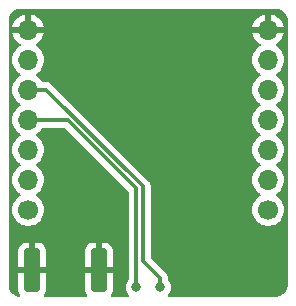
<source format=gbl>
G04 #@! TF.GenerationSoftware,KiCad,Pcbnew,8.0.5-rc1-202409040208~b22948988f~ubuntu24.04.1*
G04 #@! TF.CreationDate,2024-09-06T21:41:45+02:00*
G04 #@! TF.ProjectId,lora-board,6c6f7261-2d62-46f6-9172-642e6b696361,2*
G04 #@! TF.SameCoordinates,Original*
G04 #@! TF.FileFunction,Copper,L2,Bot*
G04 #@! TF.FilePolarity,Positive*
%FSLAX46Y46*%
G04 Gerber Fmt 4.6, Leading zero omitted, Abs format (unit mm)*
G04 Created by KiCad (PCBNEW 8.0.5-rc1-202409040208~b22948988f~ubuntu24.04.1) date 2024-09-06 21:41:45*
%MOMM*%
%LPD*%
G01*
G04 APERTURE LIST*
G04 Aperture macros list*
%AMRoundRect*
0 Rectangle with rounded corners*
0 $1 Rounding radius*
0 $2 $3 $4 $5 $6 $7 $8 $9 X,Y pos of 4 corners*
0 Add a 4 corners polygon primitive as box body*
4,1,4,$2,$3,$4,$5,$6,$7,$8,$9,$2,$3,0*
0 Add four circle primitives for the rounded corners*
1,1,$1+$1,$2,$3*
1,1,$1+$1,$4,$5*
1,1,$1+$1,$6,$7*
1,1,$1+$1,$8,$9*
0 Add four rect primitives between the rounded corners*
20,1,$1+$1,$2,$3,$4,$5,0*
20,1,$1+$1,$4,$5,$6,$7,0*
20,1,$1+$1,$6,$7,$8,$9,0*
20,1,$1+$1,$8,$9,$2,$3,0*%
G04 Aperture macros list end*
G04 #@! TA.AperFunction,SMDPad,CuDef*
%ADD10RoundRect,0.250000X-0.425000X-1.600000X0.425000X-1.600000X0.425000X1.600000X-0.425000X1.600000X0*%
G04 #@! TD*
G04 #@! TA.AperFunction,ComponentPad*
%ADD11C,1.700000*%
G04 #@! TD*
G04 #@! TA.AperFunction,ComponentPad*
%ADD12O,1.700000X1.700000*%
G04 #@! TD*
G04 #@! TA.AperFunction,ViaPad*
%ADD13C,0.800000*%
G04 #@! TD*
G04 #@! TA.AperFunction,Conductor*
%ADD14C,0.300000*%
G04 #@! TD*
G04 APERTURE END LIST*
D10*
X105825000Y-72750000D03*
X100175000Y-72750000D03*
D11*
X120160000Y-67620000D03*
D12*
X120160000Y-65080000D03*
X120160000Y-62540000D03*
X120160000Y-60000000D03*
X120160000Y-57460000D03*
X120160000Y-54920000D03*
X120160000Y-52380000D03*
D11*
X99840000Y-67620000D03*
D12*
X99840000Y-65080000D03*
X99840000Y-62540000D03*
X99840000Y-60000000D03*
X99840000Y-57460000D03*
X99840000Y-54920000D03*
X99840000Y-52380000D03*
D13*
X107200000Y-70000000D03*
X105200000Y-70000000D03*
X101800000Y-70000000D03*
X100800000Y-70000000D03*
X98800000Y-70000000D03*
X115000000Y-74200000D03*
X99800000Y-70000000D03*
X104200000Y-70000000D03*
X113000000Y-74200000D03*
X106200000Y-70000000D03*
X111000000Y-74200000D03*
X109000000Y-74200000D03*
D14*
X111000000Y-73400000D02*
X109550000Y-71950000D01*
X101360000Y-57460000D02*
X109550000Y-65650000D01*
X99840000Y-57460000D02*
X101360000Y-57460000D01*
X109550000Y-71950000D02*
X109550000Y-65650000D01*
X111000000Y-73400000D02*
X111000000Y-74200000D01*
X109000000Y-65807106D02*
X103192894Y-60000000D01*
X109000000Y-74200000D02*
X109000000Y-65807106D01*
X103192894Y-60000000D02*
X99840000Y-60000000D01*
G04 #@! TA.AperFunction,Conductor*
G36*
X120801509Y-50600037D02*
G01*
X120807232Y-50600177D01*
X120887583Y-50602145D01*
X120908728Y-50604490D01*
X121079013Y-50638362D01*
X121102261Y-50645413D01*
X121261257Y-50711272D01*
X121282692Y-50722730D01*
X121425775Y-50818335D01*
X121444565Y-50833756D01*
X121566243Y-50955434D01*
X121581664Y-50974224D01*
X121677269Y-51117307D01*
X121688728Y-51138745D01*
X121754583Y-51297731D01*
X121761639Y-51320993D01*
X121795508Y-51491266D01*
X121797854Y-51512419D01*
X121799963Y-51598488D01*
X121800000Y-51601526D01*
X121800000Y-73998473D01*
X121799963Y-74001511D01*
X121797854Y-74087580D01*
X121795508Y-74108733D01*
X121761639Y-74279006D01*
X121754583Y-74302268D01*
X121688728Y-74461254D01*
X121677269Y-74482692D01*
X121581664Y-74625775D01*
X121566243Y-74644565D01*
X121444565Y-74766243D01*
X121425775Y-74781664D01*
X121282692Y-74877269D01*
X121261254Y-74888728D01*
X121102268Y-74954583D01*
X121079006Y-74961639D01*
X120908733Y-74995508D01*
X120887580Y-74997854D01*
X120804250Y-74999895D01*
X120801509Y-74999963D01*
X120798473Y-75000000D01*
X111780692Y-75000000D01*
X111713653Y-74980315D01*
X111667898Y-74927511D01*
X111657954Y-74858353D01*
X111686979Y-74794797D01*
X111688542Y-74793028D01*
X111698774Y-74781664D01*
X111739040Y-74736944D01*
X111834527Y-74571556D01*
X111893542Y-74389928D01*
X111913504Y-74200000D01*
X111893542Y-74010072D01*
X111834527Y-73828444D01*
X111739040Y-73663056D01*
X111690350Y-73608980D01*
X111660120Y-73545988D01*
X111658500Y-73526008D01*
X111658500Y-73335142D01*
X111658499Y-73335141D01*
X111649819Y-73291500D01*
X111649819Y-73291496D01*
X111638685Y-73235528D01*
X111633195Y-73207923D01*
X111583555Y-73088083D01*
X111583553Y-73088080D01*
X111583551Y-73088076D01*
X111511491Y-72980231D01*
X111511488Y-72980227D01*
X110244819Y-71713558D01*
X110211334Y-71652235D01*
X110208500Y-71625877D01*
X110208500Y-65585140D01*
X110183195Y-65457928D01*
X110183194Y-65457927D01*
X110183194Y-65457923D01*
X110133555Y-65338083D01*
X110111027Y-65304368D01*
X110111027Y-65304367D01*
X110061492Y-65230232D01*
X110061486Y-65230225D01*
X101779771Y-56948510D01*
X101671920Y-56876447D01*
X101671919Y-56876446D01*
X101671917Y-56876445D01*
X101671915Y-56876444D01*
X101671913Y-56876443D01*
X101552077Y-56826806D01*
X101552071Y-56826804D01*
X101424859Y-56801500D01*
X101424857Y-56801500D01*
X101099623Y-56801500D01*
X101032584Y-56781815D01*
X100995815Y-56745322D01*
X100915723Y-56622734D01*
X100915715Y-56622723D01*
X100763243Y-56457097D01*
X100763238Y-56457092D01*
X100585577Y-56318812D01*
X100585578Y-56318812D01*
X100585576Y-56318811D01*
X100549070Y-56299055D01*
X100499479Y-56249836D01*
X100484371Y-56181619D01*
X100508541Y-56116064D01*
X100549070Y-56080945D01*
X100549084Y-56080936D01*
X100585576Y-56061189D01*
X100763240Y-55922906D01*
X100915722Y-55757268D01*
X101038860Y-55568791D01*
X101129296Y-55362616D01*
X101184564Y-55144368D01*
X101203156Y-54920000D01*
X101203156Y-54919994D01*
X118796844Y-54919994D01*
X118796844Y-54920005D01*
X118815434Y-55144359D01*
X118815436Y-55144371D01*
X118870703Y-55362614D01*
X118961140Y-55568792D01*
X119084276Y-55757265D01*
X119084284Y-55757276D01*
X119236756Y-55922902D01*
X119236760Y-55922906D01*
X119414424Y-56061189D01*
X119414429Y-56061191D01*
X119414431Y-56061193D01*
X119450930Y-56080946D01*
X119500520Y-56130165D01*
X119515628Y-56198382D01*
X119491457Y-56263937D01*
X119450930Y-56299054D01*
X119414431Y-56318806D01*
X119414422Y-56318812D01*
X119236761Y-56457092D01*
X119236756Y-56457097D01*
X119084284Y-56622723D01*
X119084276Y-56622734D01*
X118961140Y-56811207D01*
X118870703Y-57017385D01*
X118815436Y-57235628D01*
X118815434Y-57235640D01*
X118796844Y-57459994D01*
X118796844Y-57460005D01*
X118815434Y-57684359D01*
X118815436Y-57684371D01*
X118870703Y-57902614D01*
X118961140Y-58108792D01*
X119084276Y-58297265D01*
X119084284Y-58297276D01*
X119236756Y-58462902D01*
X119236760Y-58462906D01*
X119414424Y-58601189D01*
X119414429Y-58601191D01*
X119414431Y-58601193D01*
X119450930Y-58620946D01*
X119500520Y-58670165D01*
X119515628Y-58738382D01*
X119491457Y-58803937D01*
X119450930Y-58839054D01*
X119414431Y-58858806D01*
X119414422Y-58858812D01*
X119236761Y-58997092D01*
X119236756Y-58997097D01*
X119084284Y-59162723D01*
X119084276Y-59162734D01*
X118961140Y-59351207D01*
X118870703Y-59557385D01*
X118815436Y-59775628D01*
X118815434Y-59775640D01*
X118796844Y-59999994D01*
X118796844Y-60000005D01*
X118815434Y-60224359D01*
X118815436Y-60224371D01*
X118870703Y-60442614D01*
X118961140Y-60648792D01*
X119084276Y-60837265D01*
X119084284Y-60837276D01*
X119236756Y-61002902D01*
X119236760Y-61002906D01*
X119414424Y-61141189D01*
X119414429Y-61141191D01*
X119414431Y-61141193D01*
X119450930Y-61160946D01*
X119500520Y-61210165D01*
X119515628Y-61278382D01*
X119491457Y-61343937D01*
X119450930Y-61379054D01*
X119414431Y-61398806D01*
X119414422Y-61398812D01*
X119236761Y-61537092D01*
X119236756Y-61537097D01*
X119084284Y-61702723D01*
X119084276Y-61702734D01*
X118961140Y-61891207D01*
X118870703Y-62097385D01*
X118815436Y-62315628D01*
X118815434Y-62315640D01*
X118796844Y-62539994D01*
X118796844Y-62540005D01*
X118815434Y-62764359D01*
X118815436Y-62764371D01*
X118870703Y-62982614D01*
X118961140Y-63188792D01*
X119084276Y-63377265D01*
X119084284Y-63377276D01*
X119236756Y-63542902D01*
X119236760Y-63542906D01*
X119414424Y-63681189D01*
X119414429Y-63681191D01*
X119414431Y-63681193D01*
X119450930Y-63700946D01*
X119500520Y-63750165D01*
X119515628Y-63818382D01*
X119491457Y-63883937D01*
X119450930Y-63919054D01*
X119414431Y-63938806D01*
X119414422Y-63938812D01*
X119236761Y-64077092D01*
X119236756Y-64077097D01*
X119084284Y-64242723D01*
X119084276Y-64242734D01*
X118961140Y-64431207D01*
X118870703Y-64637385D01*
X118815436Y-64855628D01*
X118815434Y-64855640D01*
X118796844Y-65079994D01*
X118796844Y-65080005D01*
X118815434Y-65304359D01*
X118815436Y-65304367D01*
X118870703Y-65522614D01*
X118961140Y-65728792D01*
X119084276Y-65917265D01*
X119084284Y-65917276D01*
X119200527Y-66043547D01*
X119236760Y-66082906D01*
X119414424Y-66221189D01*
X119414429Y-66221191D01*
X119414431Y-66221193D01*
X119450930Y-66240946D01*
X119500520Y-66290165D01*
X119515628Y-66358382D01*
X119491457Y-66423937D01*
X119450930Y-66459054D01*
X119414431Y-66478806D01*
X119414422Y-66478812D01*
X119236761Y-66617092D01*
X119236756Y-66617097D01*
X119084284Y-66782723D01*
X119084276Y-66782734D01*
X118961140Y-66971207D01*
X118870703Y-67177385D01*
X118815436Y-67395628D01*
X118815434Y-67395640D01*
X118796844Y-67619994D01*
X118796844Y-67620005D01*
X118815434Y-67844359D01*
X118815436Y-67844371D01*
X118870703Y-68062614D01*
X118961140Y-68268792D01*
X119084276Y-68457265D01*
X119084284Y-68457276D01*
X119236756Y-68622902D01*
X119236760Y-68622906D01*
X119414424Y-68761189D01*
X119414425Y-68761189D01*
X119414427Y-68761191D01*
X119541135Y-68829761D01*
X119612426Y-68868342D01*
X119825365Y-68941444D01*
X120047431Y-68978500D01*
X120272569Y-68978500D01*
X120494635Y-68941444D01*
X120707574Y-68868342D01*
X120905576Y-68761189D01*
X121083240Y-68622906D01*
X121235722Y-68457268D01*
X121358860Y-68268791D01*
X121449296Y-68062616D01*
X121504564Y-67844368D01*
X121523156Y-67620000D01*
X121504564Y-67395632D01*
X121449296Y-67177384D01*
X121358860Y-66971209D01*
X121235722Y-66782732D01*
X121235719Y-66782729D01*
X121235715Y-66782723D01*
X121083243Y-66617097D01*
X121083238Y-66617092D01*
X120905577Y-66478812D01*
X120905578Y-66478812D01*
X120905576Y-66478811D01*
X120869070Y-66459055D01*
X120819479Y-66409836D01*
X120804371Y-66341619D01*
X120828541Y-66276064D01*
X120869070Y-66240945D01*
X120869084Y-66240936D01*
X120905576Y-66221189D01*
X121083240Y-66082906D01*
X121235722Y-65917268D01*
X121358860Y-65728791D01*
X121449296Y-65522616D01*
X121504564Y-65304368D01*
X121504565Y-65304359D01*
X121523156Y-65080005D01*
X121523156Y-65079994D01*
X121504565Y-64855640D01*
X121504563Y-64855628D01*
X121449296Y-64637385D01*
X121358859Y-64431207D01*
X121235723Y-64242734D01*
X121235715Y-64242723D01*
X121083243Y-64077097D01*
X121083238Y-64077092D01*
X120905577Y-63938812D01*
X120905578Y-63938812D01*
X120905576Y-63938811D01*
X120869070Y-63919055D01*
X120819479Y-63869836D01*
X120804371Y-63801619D01*
X120828541Y-63736064D01*
X120869070Y-63700945D01*
X120869084Y-63700936D01*
X120905576Y-63681189D01*
X121083240Y-63542906D01*
X121235722Y-63377268D01*
X121358860Y-63188791D01*
X121449296Y-62982616D01*
X121504564Y-62764368D01*
X121523156Y-62540000D01*
X121504564Y-62315632D01*
X121449296Y-62097384D01*
X121358860Y-61891209D01*
X121235722Y-61702732D01*
X121235719Y-61702729D01*
X121235715Y-61702723D01*
X121083243Y-61537097D01*
X121083238Y-61537092D01*
X120905577Y-61398812D01*
X120905578Y-61398812D01*
X120905576Y-61398811D01*
X120869070Y-61379055D01*
X120819479Y-61329836D01*
X120804371Y-61261619D01*
X120828541Y-61196064D01*
X120869070Y-61160945D01*
X120869084Y-61160936D01*
X120905576Y-61141189D01*
X121083240Y-61002906D01*
X121235722Y-60837268D01*
X121358860Y-60648791D01*
X121449296Y-60442616D01*
X121504564Y-60224368D01*
X121523156Y-60000000D01*
X121504564Y-59775632D01*
X121449296Y-59557384D01*
X121358860Y-59351209D01*
X121352310Y-59341184D01*
X121235723Y-59162734D01*
X121235715Y-59162723D01*
X121083243Y-58997097D01*
X121083238Y-58997092D01*
X120905577Y-58858812D01*
X120905578Y-58858812D01*
X120905576Y-58858811D01*
X120869070Y-58839055D01*
X120819479Y-58789836D01*
X120804371Y-58721619D01*
X120828541Y-58656064D01*
X120869070Y-58620945D01*
X120869084Y-58620936D01*
X120905576Y-58601189D01*
X121083240Y-58462906D01*
X121235722Y-58297268D01*
X121358860Y-58108791D01*
X121449296Y-57902616D01*
X121504564Y-57684368D01*
X121523156Y-57460000D01*
X121504564Y-57235632D01*
X121449296Y-57017384D01*
X121358860Y-56811209D01*
X121235722Y-56622732D01*
X121235719Y-56622729D01*
X121235715Y-56622723D01*
X121083243Y-56457097D01*
X121083238Y-56457092D01*
X120905577Y-56318812D01*
X120905578Y-56318812D01*
X120905576Y-56318811D01*
X120869070Y-56299055D01*
X120819479Y-56249836D01*
X120804371Y-56181619D01*
X120828541Y-56116064D01*
X120869070Y-56080945D01*
X120869084Y-56080936D01*
X120905576Y-56061189D01*
X121083240Y-55922906D01*
X121235722Y-55757268D01*
X121358860Y-55568791D01*
X121449296Y-55362616D01*
X121504564Y-55144368D01*
X121523156Y-54920000D01*
X121504564Y-54695632D01*
X121449296Y-54477384D01*
X121358860Y-54271209D01*
X121235722Y-54082732D01*
X121235719Y-54082729D01*
X121235715Y-54082723D01*
X121083243Y-53917097D01*
X121083238Y-53917092D01*
X120905577Y-53778812D01*
X120905577Y-53778811D01*
X120862303Y-53755393D01*
X120812713Y-53706173D01*
X120797605Y-53637957D01*
X120821775Y-53572401D01*
X120850198Y-53544763D01*
X121031079Y-53418108D01*
X121198105Y-53251082D01*
X121333600Y-53057578D01*
X121433429Y-52843492D01*
X121433432Y-52843486D01*
X121490636Y-52630000D01*
X120593012Y-52630000D01*
X120625925Y-52572993D01*
X120660000Y-52445826D01*
X120660000Y-52314174D01*
X120625925Y-52187007D01*
X120593012Y-52130000D01*
X121490636Y-52130000D01*
X121490635Y-52129999D01*
X121433432Y-51916513D01*
X121433429Y-51916507D01*
X121333600Y-51702422D01*
X121333599Y-51702420D01*
X121198113Y-51508926D01*
X121198108Y-51508920D01*
X121031082Y-51341894D01*
X120837578Y-51206399D01*
X120623492Y-51106570D01*
X120623486Y-51106567D01*
X120410000Y-51049364D01*
X120410000Y-51946988D01*
X120352993Y-51914075D01*
X120225826Y-51880000D01*
X120094174Y-51880000D01*
X119967007Y-51914075D01*
X119910000Y-51946988D01*
X119910000Y-51049364D01*
X119909999Y-51049364D01*
X119696513Y-51106567D01*
X119696507Y-51106570D01*
X119482422Y-51206399D01*
X119482420Y-51206400D01*
X119288926Y-51341886D01*
X119288920Y-51341891D01*
X119121891Y-51508920D01*
X119121886Y-51508926D01*
X118986400Y-51702420D01*
X118986399Y-51702422D01*
X118886570Y-51916507D01*
X118886567Y-51916513D01*
X118829364Y-52129999D01*
X118829364Y-52130000D01*
X119726988Y-52130000D01*
X119694075Y-52187007D01*
X119660000Y-52314174D01*
X119660000Y-52445826D01*
X119694075Y-52572993D01*
X119726988Y-52630000D01*
X118829364Y-52630000D01*
X118886567Y-52843486D01*
X118886570Y-52843492D01*
X118986399Y-53057578D01*
X119121894Y-53251082D01*
X119288917Y-53418105D01*
X119469802Y-53544763D01*
X119513427Y-53599340D01*
X119520619Y-53668839D01*
X119489097Y-53731193D01*
X119457697Y-53755392D01*
X119414427Y-53778809D01*
X119414422Y-53778812D01*
X119236761Y-53917092D01*
X119236756Y-53917097D01*
X119084284Y-54082723D01*
X119084276Y-54082734D01*
X118961140Y-54271207D01*
X118870703Y-54477385D01*
X118815436Y-54695628D01*
X118815434Y-54695640D01*
X118796844Y-54919994D01*
X101203156Y-54919994D01*
X101184564Y-54695632D01*
X101129296Y-54477384D01*
X101038860Y-54271209D01*
X100915722Y-54082732D01*
X100915719Y-54082729D01*
X100915715Y-54082723D01*
X100763243Y-53917097D01*
X100763238Y-53917092D01*
X100585577Y-53778812D01*
X100585577Y-53778811D01*
X100542303Y-53755393D01*
X100492713Y-53706173D01*
X100477605Y-53637957D01*
X100501775Y-53572401D01*
X100530198Y-53544763D01*
X100711079Y-53418108D01*
X100878105Y-53251082D01*
X101013600Y-53057578D01*
X101113429Y-52843492D01*
X101113432Y-52843486D01*
X101170636Y-52630000D01*
X100273012Y-52630000D01*
X100305925Y-52572993D01*
X100340000Y-52445826D01*
X100340000Y-52314174D01*
X100305925Y-52187007D01*
X100273012Y-52130000D01*
X101170636Y-52130000D01*
X101170635Y-52129999D01*
X101113432Y-51916513D01*
X101113429Y-51916507D01*
X101013600Y-51702422D01*
X101013599Y-51702420D01*
X100878113Y-51508926D01*
X100878108Y-51508920D01*
X100711082Y-51341894D01*
X100517578Y-51206399D01*
X100303492Y-51106570D01*
X100303486Y-51106567D01*
X100090000Y-51049364D01*
X100090000Y-51946988D01*
X100032993Y-51914075D01*
X99905826Y-51880000D01*
X99774174Y-51880000D01*
X99647007Y-51914075D01*
X99590000Y-51946988D01*
X99590000Y-51049364D01*
X99589999Y-51049364D01*
X99376513Y-51106567D01*
X99376507Y-51106570D01*
X99162422Y-51206399D01*
X99162420Y-51206400D01*
X98968926Y-51341886D01*
X98968920Y-51341891D01*
X98801891Y-51508920D01*
X98801886Y-51508926D01*
X98666400Y-51702420D01*
X98666399Y-51702422D01*
X98566570Y-51916507D01*
X98566567Y-51916513D01*
X98509364Y-52129999D01*
X98509364Y-52130000D01*
X99406988Y-52130000D01*
X99374075Y-52187007D01*
X99340000Y-52314174D01*
X99340000Y-52445826D01*
X99374075Y-52572993D01*
X99406988Y-52630000D01*
X98509364Y-52630000D01*
X98566567Y-52843486D01*
X98566570Y-52843492D01*
X98666399Y-53057578D01*
X98801894Y-53251082D01*
X98968917Y-53418105D01*
X99149802Y-53544763D01*
X99193427Y-53599340D01*
X99200619Y-53668839D01*
X99169097Y-53731193D01*
X99137697Y-53755392D01*
X99094427Y-53778809D01*
X99094422Y-53778812D01*
X98916761Y-53917092D01*
X98916756Y-53917097D01*
X98764284Y-54082723D01*
X98764276Y-54082734D01*
X98641140Y-54271207D01*
X98550703Y-54477385D01*
X98495436Y-54695628D01*
X98495434Y-54695640D01*
X98476844Y-54919994D01*
X98476844Y-54920005D01*
X98495434Y-55144359D01*
X98495436Y-55144371D01*
X98550703Y-55362614D01*
X98641140Y-55568792D01*
X98764276Y-55757265D01*
X98764284Y-55757276D01*
X98916756Y-55922902D01*
X98916760Y-55922906D01*
X99094424Y-56061189D01*
X99094429Y-56061191D01*
X99094431Y-56061193D01*
X99130930Y-56080946D01*
X99180520Y-56130165D01*
X99195628Y-56198382D01*
X99171457Y-56263937D01*
X99130930Y-56299054D01*
X99094431Y-56318806D01*
X99094422Y-56318812D01*
X98916761Y-56457092D01*
X98916756Y-56457097D01*
X98764284Y-56622723D01*
X98764276Y-56622734D01*
X98641140Y-56811207D01*
X98550703Y-57017385D01*
X98495436Y-57235628D01*
X98495434Y-57235640D01*
X98476844Y-57459994D01*
X98476844Y-57460005D01*
X98495434Y-57684359D01*
X98495436Y-57684371D01*
X98550703Y-57902614D01*
X98641140Y-58108792D01*
X98764276Y-58297265D01*
X98764284Y-58297276D01*
X98916756Y-58462902D01*
X98916760Y-58462906D01*
X99094424Y-58601189D01*
X99094429Y-58601191D01*
X99094431Y-58601193D01*
X99130930Y-58620946D01*
X99180520Y-58670165D01*
X99195628Y-58738382D01*
X99171457Y-58803937D01*
X99130930Y-58839054D01*
X99094431Y-58858806D01*
X99094422Y-58858812D01*
X98916761Y-58997092D01*
X98916756Y-58997097D01*
X98764284Y-59162723D01*
X98764276Y-59162734D01*
X98641140Y-59351207D01*
X98550703Y-59557385D01*
X98495436Y-59775628D01*
X98495434Y-59775640D01*
X98476844Y-59999994D01*
X98476844Y-60000005D01*
X98495434Y-60224359D01*
X98495436Y-60224371D01*
X98550703Y-60442614D01*
X98641140Y-60648792D01*
X98764276Y-60837265D01*
X98764284Y-60837276D01*
X98916756Y-61002902D01*
X98916760Y-61002906D01*
X99094424Y-61141189D01*
X99094429Y-61141191D01*
X99094431Y-61141193D01*
X99130930Y-61160946D01*
X99180520Y-61210165D01*
X99195628Y-61278382D01*
X99171457Y-61343937D01*
X99130930Y-61379054D01*
X99094431Y-61398806D01*
X99094422Y-61398812D01*
X98916761Y-61537092D01*
X98916756Y-61537097D01*
X98764284Y-61702723D01*
X98764276Y-61702734D01*
X98641140Y-61891207D01*
X98550703Y-62097385D01*
X98495436Y-62315628D01*
X98495434Y-62315640D01*
X98476844Y-62539994D01*
X98476844Y-62540005D01*
X98495434Y-62764359D01*
X98495436Y-62764371D01*
X98550703Y-62982614D01*
X98641140Y-63188792D01*
X98764276Y-63377265D01*
X98764284Y-63377276D01*
X98916756Y-63542902D01*
X98916760Y-63542906D01*
X99094424Y-63681189D01*
X99094429Y-63681191D01*
X99094431Y-63681193D01*
X99130930Y-63700946D01*
X99180520Y-63750165D01*
X99195628Y-63818382D01*
X99171457Y-63883937D01*
X99130930Y-63919054D01*
X99094431Y-63938806D01*
X99094422Y-63938812D01*
X98916761Y-64077092D01*
X98916756Y-64077097D01*
X98764284Y-64242723D01*
X98764276Y-64242734D01*
X98641140Y-64431207D01*
X98550703Y-64637385D01*
X98495436Y-64855628D01*
X98495434Y-64855640D01*
X98476844Y-65079994D01*
X98476844Y-65080005D01*
X98495434Y-65304359D01*
X98495436Y-65304367D01*
X98550703Y-65522614D01*
X98641140Y-65728792D01*
X98764276Y-65917265D01*
X98764284Y-65917276D01*
X98880527Y-66043547D01*
X98916760Y-66082906D01*
X99094424Y-66221189D01*
X99094429Y-66221191D01*
X99094431Y-66221193D01*
X99130930Y-66240946D01*
X99180520Y-66290165D01*
X99195628Y-66358382D01*
X99171457Y-66423937D01*
X99130930Y-66459054D01*
X99094431Y-66478806D01*
X99094422Y-66478812D01*
X98916761Y-66617092D01*
X98916756Y-66617097D01*
X98764284Y-66782723D01*
X98764276Y-66782734D01*
X98641140Y-66971207D01*
X98550703Y-67177385D01*
X98495436Y-67395628D01*
X98495434Y-67395640D01*
X98476844Y-67619994D01*
X98476844Y-67620005D01*
X98495434Y-67844359D01*
X98495436Y-67844371D01*
X98550703Y-68062614D01*
X98641140Y-68268792D01*
X98764276Y-68457265D01*
X98764284Y-68457276D01*
X98916756Y-68622902D01*
X98916760Y-68622906D01*
X99094424Y-68761189D01*
X99094425Y-68761189D01*
X99094427Y-68761191D01*
X99221135Y-68829761D01*
X99292426Y-68868342D01*
X99505365Y-68941444D01*
X99727431Y-68978500D01*
X99952569Y-68978500D01*
X100174635Y-68941444D01*
X100387574Y-68868342D01*
X100585576Y-68761189D01*
X100763240Y-68622906D01*
X100915722Y-68457268D01*
X101038860Y-68268791D01*
X101129296Y-68062616D01*
X101184564Y-67844368D01*
X101203156Y-67620000D01*
X101184564Y-67395632D01*
X101129296Y-67177384D01*
X101038860Y-66971209D01*
X100915722Y-66782732D01*
X100915719Y-66782729D01*
X100915715Y-66782723D01*
X100763243Y-66617097D01*
X100763238Y-66617092D01*
X100585577Y-66478812D01*
X100585578Y-66478812D01*
X100585576Y-66478811D01*
X100549070Y-66459055D01*
X100499479Y-66409836D01*
X100484371Y-66341619D01*
X100508541Y-66276064D01*
X100549070Y-66240945D01*
X100549084Y-66240936D01*
X100585576Y-66221189D01*
X100763240Y-66082906D01*
X100915722Y-65917268D01*
X101038860Y-65728791D01*
X101129296Y-65522616D01*
X101184564Y-65304368D01*
X101184565Y-65304359D01*
X101203156Y-65080005D01*
X101203156Y-65079994D01*
X101184565Y-64855640D01*
X101184563Y-64855628D01*
X101129296Y-64637385D01*
X101038859Y-64431207D01*
X100915723Y-64242734D01*
X100915715Y-64242723D01*
X100763243Y-64077097D01*
X100763238Y-64077092D01*
X100585577Y-63938812D01*
X100585578Y-63938812D01*
X100585576Y-63938811D01*
X100549070Y-63919055D01*
X100499479Y-63869836D01*
X100484371Y-63801619D01*
X100508541Y-63736064D01*
X100549070Y-63700945D01*
X100549084Y-63700936D01*
X100585576Y-63681189D01*
X100763240Y-63542906D01*
X100915722Y-63377268D01*
X101038860Y-63188791D01*
X101129296Y-62982616D01*
X101184564Y-62764368D01*
X101203156Y-62540000D01*
X101184564Y-62315632D01*
X101129296Y-62097384D01*
X101038860Y-61891209D01*
X100915722Y-61702732D01*
X100915719Y-61702729D01*
X100915715Y-61702723D01*
X100763243Y-61537097D01*
X100763238Y-61537092D01*
X100585577Y-61398812D01*
X100585578Y-61398812D01*
X100585576Y-61398811D01*
X100549070Y-61379055D01*
X100499479Y-61329836D01*
X100484371Y-61261619D01*
X100508541Y-61196064D01*
X100549070Y-61160945D01*
X100549084Y-61160936D01*
X100585576Y-61141189D01*
X100763240Y-61002906D01*
X100915722Y-60837268D01*
X100956390Y-60775020D01*
X100995815Y-60714678D01*
X101048961Y-60669321D01*
X101099623Y-60658500D01*
X102868772Y-60658500D01*
X102935811Y-60678185D01*
X102956453Y-60694819D01*
X108305181Y-66043547D01*
X108338666Y-66104870D01*
X108341500Y-66131228D01*
X108341500Y-73526008D01*
X108321815Y-73593047D01*
X108309650Y-73608980D01*
X108260959Y-73663057D01*
X108165473Y-73828443D01*
X108165470Y-73828450D01*
X108106459Y-74010068D01*
X108106458Y-74010072D01*
X108086496Y-74200000D01*
X108106458Y-74389928D01*
X108106459Y-74389931D01*
X108165470Y-74571549D01*
X108165473Y-74571556D01*
X108260960Y-74736944D01*
X108287341Y-74766243D01*
X108311458Y-74793028D01*
X108341688Y-74856020D01*
X108333063Y-74925355D01*
X108288321Y-74979020D01*
X108221668Y-74999978D01*
X108219308Y-75000000D01*
X106952445Y-75000000D01*
X106885406Y-74980315D01*
X106839651Y-74927511D01*
X106829707Y-74858353D01*
X106846906Y-74810903D01*
X106934356Y-74669124D01*
X106934358Y-74669119D01*
X106989505Y-74502697D01*
X106989506Y-74502690D01*
X106999999Y-74399986D01*
X107000000Y-74399973D01*
X107000000Y-73000000D01*
X104650001Y-73000000D01*
X104650001Y-74399986D01*
X104660494Y-74502697D01*
X104715641Y-74669119D01*
X104715643Y-74669124D01*
X104803094Y-74810903D01*
X104821534Y-74878295D01*
X104800612Y-74944959D01*
X104746970Y-74989729D01*
X104697555Y-75000000D01*
X101302445Y-75000000D01*
X101235406Y-74980315D01*
X101189651Y-74927511D01*
X101179707Y-74858353D01*
X101196906Y-74810903D01*
X101284356Y-74669124D01*
X101284358Y-74669119D01*
X101339505Y-74502697D01*
X101339506Y-74502690D01*
X101349999Y-74399986D01*
X101350000Y-74399973D01*
X101350000Y-73000000D01*
X99000001Y-73000000D01*
X99000001Y-74399986D01*
X99010494Y-74502697D01*
X99065641Y-74669119D01*
X99065643Y-74669124D01*
X99142115Y-74793104D01*
X99160555Y-74860497D01*
X99139632Y-74927160D01*
X99085990Y-74971930D01*
X99016660Y-74980591D01*
X99012385Y-74979818D01*
X98920993Y-74961639D01*
X98897731Y-74954583D01*
X98738745Y-74888728D01*
X98717307Y-74877269D01*
X98574224Y-74781664D01*
X98555434Y-74766243D01*
X98433756Y-74644565D01*
X98418335Y-74625775D01*
X98336097Y-74502697D01*
X98322728Y-74482689D01*
X98311271Y-74461254D01*
X98245413Y-74302261D01*
X98238362Y-74279013D01*
X98204490Y-74108728D01*
X98202145Y-74087583D01*
X98200037Y-74001509D01*
X98200000Y-73998473D01*
X98200000Y-71100013D01*
X99000000Y-71100013D01*
X99000000Y-72500000D01*
X99925000Y-72500000D01*
X100425000Y-72500000D01*
X101349999Y-72500000D01*
X101349999Y-71100028D01*
X101349998Y-71100013D01*
X104650000Y-71100013D01*
X104650000Y-72500000D01*
X105575000Y-72500000D01*
X106075000Y-72500000D01*
X106999999Y-72500000D01*
X106999999Y-71100028D01*
X106999998Y-71100013D01*
X106989505Y-70997302D01*
X106934358Y-70830880D01*
X106934356Y-70830875D01*
X106842315Y-70681654D01*
X106718345Y-70557684D01*
X106569124Y-70465643D01*
X106569119Y-70465641D01*
X106402697Y-70410494D01*
X106402690Y-70410493D01*
X106299986Y-70400000D01*
X106075000Y-70400000D01*
X106075000Y-72500000D01*
X105575000Y-72500000D01*
X105575000Y-70400000D01*
X105350029Y-70400000D01*
X105350012Y-70400001D01*
X105247302Y-70410494D01*
X105080880Y-70465641D01*
X105080875Y-70465643D01*
X104931654Y-70557684D01*
X104807684Y-70681654D01*
X104715643Y-70830875D01*
X104715641Y-70830880D01*
X104660494Y-70997302D01*
X104660493Y-70997309D01*
X104650000Y-71100013D01*
X101349998Y-71100013D01*
X101339505Y-70997302D01*
X101284358Y-70830880D01*
X101284356Y-70830875D01*
X101192315Y-70681654D01*
X101068345Y-70557684D01*
X100919124Y-70465643D01*
X100919119Y-70465641D01*
X100752697Y-70410494D01*
X100752690Y-70410493D01*
X100649986Y-70400000D01*
X100425000Y-70400000D01*
X100425000Y-72500000D01*
X99925000Y-72500000D01*
X99925000Y-70400000D01*
X99700029Y-70400000D01*
X99700012Y-70400001D01*
X99597302Y-70410494D01*
X99430880Y-70465641D01*
X99430875Y-70465643D01*
X99281654Y-70557684D01*
X99157684Y-70681654D01*
X99065643Y-70830875D01*
X99065641Y-70830880D01*
X99010494Y-70997302D01*
X99010493Y-70997309D01*
X99000000Y-71100013D01*
X98200000Y-71100013D01*
X98200000Y-51601526D01*
X98200037Y-51598490D01*
X98202145Y-51512421D01*
X98202146Y-51512419D01*
X98202145Y-51512415D01*
X98204490Y-51491272D01*
X98238362Y-51320983D01*
X98245412Y-51297741D01*
X98311274Y-51138738D01*
X98322726Y-51117314D01*
X98418338Y-50974219D01*
X98433751Y-50955439D01*
X98555439Y-50833751D01*
X98574219Y-50818338D01*
X98717314Y-50722726D01*
X98738738Y-50711274D01*
X98897741Y-50645412D01*
X98920983Y-50638362D01*
X99091272Y-50604490D01*
X99112415Y-50602145D01*
X99193037Y-50600170D01*
X99198491Y-50600037D01*
X99201527Y-50600000D01*
X120798473Y-50600000D01*
X120801509Y-50600037D01*
G37*
G04 #@! TD.AperFunction*
M02*

</source>
